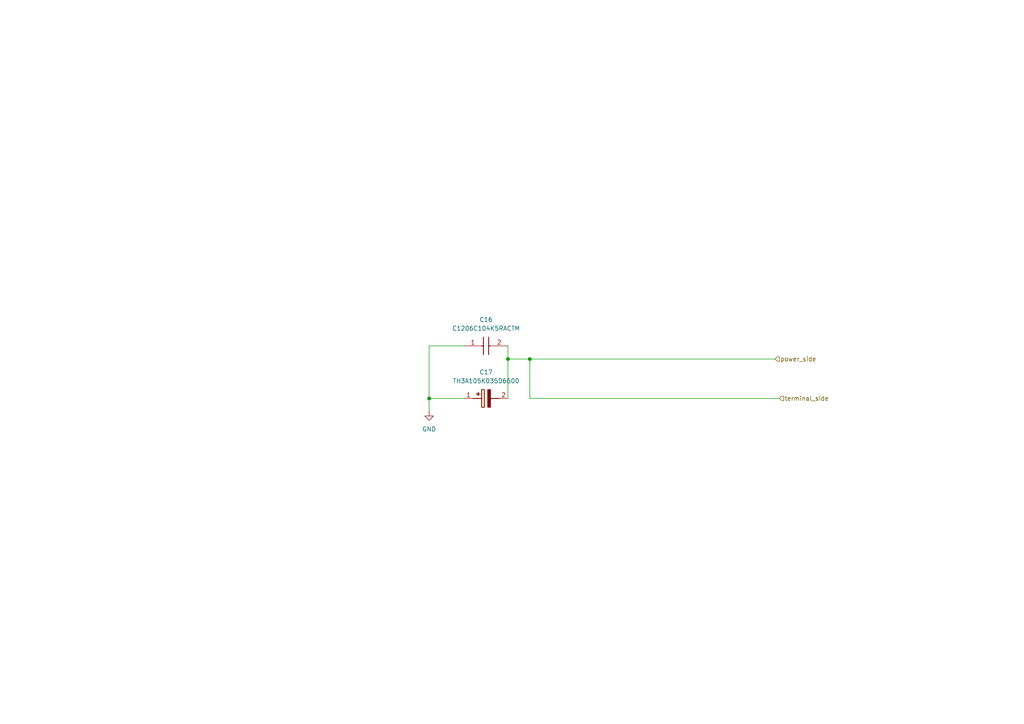
<source format=kicad_sch>
(kicad_sch (version 20250114) (generator "eeschema") (generator_version "9.0")
  (paper "A4")
  (lib_symbols
    (symbol "Custom_capacitors:C1206C104K5RACTM" (pin_names (hide yes))
      (property "Reference" "C" (at 8.89 6.35 0))
      (property "Value" "C1206C104K5RACTM" (at 8.89 3.81 0))
      (symbol "C1206C104K5RACTM_1_1"
        (polyline (pts (xy 5.08 0) (xy 5.588 0)) (stroke (width 0.254)))
        (polyline (pts (xy 5.588 2.54) (xy 5.588 -2.54)) (stroke (width 0.254)))
        (polyline (pts (xy 7.112 2.54) (xy 7.112 -2.54)) (stroke (width 0.254)))
        (polyline (pts (xy 7.112 0) (xy 7.62 0)) (stroke (width 0.254)))
        (pin passive line (at 0 0 0) (length 5.08) (name "1") (number "1"))
        (pin passive line (at 12.7 0 180) (length 5.08) (name "2") (number "2"))
      )
    )
    (symbol "Custom_capacitors:TH3A105K035D6600" (pin_names (hide yes))
      (property "Reference" "C" (at 8.89 6.35 0))
      (property "Value" "TH3A105K035D6600" (at 8.89 3.81 0))
      (symbol "TH3A105K035D6600_1_1"
        (polyline (pts (xy 2.54 0) (xy 5.08 0)) (stroke (width 0.254)))
        (polyline (pts (xy 4.064 1.778) (xy 4.064 0.762)) (stroke (width 0.254)))
        (polyline (pts (xy 4.572 1.27) (xy 3.556 1.27)) (stroke (width 0.254)))
        (rectangle (start 5.08 2.54) (end 5.842 -2.54) (stroke (width 0.254)) (fill (type background)))
        (polyline (pts (xy 7.62 2.54) (xy 7.62 -2.54) (xy 6.858 -2.54) (xy 6.858 2.54) (xy 7.62 2.54)) (stroke (width 0.254)) (fill (type outline)))
        (polyline (pts (xy 7.62 0) (xy 10.16 0)) (stroke (width 0.254)))
        (pin passive line (at 0 0 0) (length 2.54) (name "+") (number "1"))
        (pin passive line (at 12.7 0 180) (length 2.54) (name "-") (number "2"))
      )
    )
    (symbol "power:GND" (power) (pin_numbers (hide yes)) (pin_names (offset 0) (hide yes))
      (property "Value" "GND" (at 0 -3.81 0))
      (symbol "GND_0_1"
        (polyline (pts (xy 0 0) (xy 0 -1.27) (xy 1.27 -1.27) (xy 0 -2.54) (xy -1.27 -1.27) (xy 0 -1.27)))
      )
      (symbol "GND_1_1"
        (pin power_in line (at 0 0 270) (length 0) (name "~") (number "1"))
      )
    )
  )
  (junction (at 147.32 104.14))
  (junction (at 153.67 104.14))
  (junction (at 124.46 115.57))
  (wire (pts (xy 134.62 100.33) (xy 124.46 100.33)))
  (wire (pts (xy 124.46 119.38) (xy 124.46 115.57)))
  (wire (pts (xy 224.79 104.14) (xy 153.67 104.14)))
  (wire (pts (xy 153.67 104.14) (xy 147.32 104.14)))
  (wire (pts (xy 124.46 100.33) (xy 124.46 115.57)))
  (wire (pts (xy 124.46 115.57) (xy 134.62 115.57)))
  (wire (pts (xy 153.67 115.57) (xy 153.67 104.14)))
  (wire (pts (xy 147.32 104.14) (xy 147.32 115.57)))
  (wire (pts (xy 226.06 115.57) (xy 153.67 115.57)))
  (wire (pts (xy 147.32 100.33) (xy 147.32 104.14)))
  (hierarchical_label "power_side" (shape input) (at 224.79 104.14 0))
  (hierarchical_label "terminal_side" (shape input) (at 226.06 115.57 0))
  (symbol (lib_id "power:GND") (at 124.46 119.38 0) (unit 1)
    (property "Reference" "#PWR07" (effects (hide yes)))
    (property "Value" "GND" (at 124.46 124.46 0))
    (property "Description" "Power symbol creates a global label with name \"GND\" , ground" (effects (hide yes)))
    (instances (project "current_measure_board" (path "" (reference "#PWR011") (unit 1)) (path "" (reference "#PWR07") (unit 1)) (path "" (reference "#PWR013") (unit 1)) (path "" (reference "#PWR08") (unit 1))))
  )
  (symbol (lib_id "Custom_capacitors:C1206C104K5RACTM") (at 134.62 100.33 0) (unit 1)
    (property "Reference" "C8" (at 140.97 92.71 0))
    (property "Value" "C1206C104K5RACTM" (at 140.97 95.25 0))
    (property "Footprint" "Custom_capacitors:CAPPM3216X180N(0.1uF 1206 0.1acc)" (effects (hide yes)))
    (property "Datasheet" "https://content.kemet.com/datasheets/KEM_C1002_X7R_SMD.pdf" (effects (hide yes)))
    (property "Description" "SMD Comm X7R, Ceramic, 0.1 uF, 10%, 50 VDC, 125 VDC, 125C, -55C, X7R, SMD, MLCC, Temperature Stable, Class II, 2.5 % , 10 GOhms, 17 mg, 1206, 3.2mm, 1.6mm, 0.78mm, 0.5mm, 4000, 78  Weeks, 80" (effects (hide yes)))
    (property "Mouser Part Number" "80-C1206C104K5RACTM" (effects (hide yes)))
    (property "Mouser Price/Stock" "https://www.mouser.co.uk/ProductDetail/KEMET/C1206C104K5RACTM?qs=ED%252B2xvMfDz2aaotiiWTrQg%3D%3D" (effects (hide yes)))
    (property "Manufacturer_Name" "KEMET" (effects (hide yes)))
    (property "Manufacturer_Part_Number" "C1206C104K5RACTM" (effects (hide yes)))
    (instances (project "current_measure_board" (path "" (reference "C16") (unit 1)) (path "" (reference "C8") (unit 1)) (path "" (reference "C20") (unit 1)) (path "" (reference "C10") (unit 1))))
  )
  (symbol (lib_id "Custom_capacitors:TH3A105K035D6600") (at 134.62 115.57 0) (unit 1)
    (property "Reference" "C9" (at 140.97 107.95 0))
    (property "Value" "TH3A105K035D6600" (at 140.97 110.49 0))
    (property "Footprint" "Custom_capacitors:CAPPM3216X180N(1uF 35V 1206 0.1err" (effects (hide yes)))
    (property "Datasheet" "http://www.vishay.com/doc?40084" (effects (hide yes)))
    (property "Description" "Solid Tantalum Surface Mount Capacitors TANTAMOUNT(TM) Molded Case, HI-TMP High Temperature 150 C, Automotive Grade" (effects (hide yes)))
    (property "Height" "1.8" (effects (hide yes)))
    (property "Manufacturer_Name" "Vishay" (effects (hide yes)))
    (property "Manufacturer_Part_Number" "TH3A105K035D6600" (effects (hide yes)))
    (instances (project "current_measure_board" (path "" (reference "C17") (unit 1)) (path "" (reference "C9") (unit 1)) (path "" (reference "C21") (unit 1)) (path "" (reference "C11") (unit 1))))
  )
)
</source>
